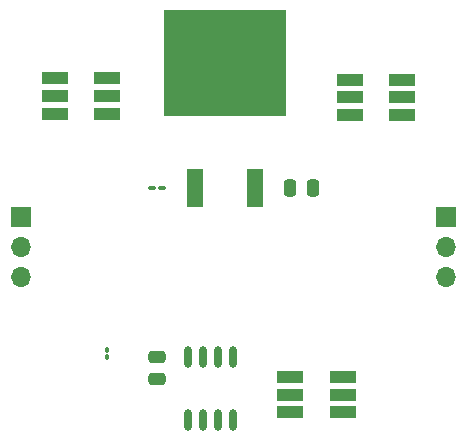
<source format=gts>
G04 #@! TF.GenerationSoftware,KiCad,Pcbnew,7.0.8*
G04 #@! TF.CreationDate,2023-12-04T02:09:38-07:00*
G04 #@! TF.ProjectId,Lit,4c69742e-6b69-4636-9164-5f7063625858,rev?*
G04 #@! TF.SameCoordinates,Original*
G04 #@! TF.FileFunction,Soldermask,Top*
G04 #@! TF.FilePolarity,Negative*
%FSLAX46Y46*%
G04 Gerber Fmt 4.6, Leading zero omitted, Abs format (unit mm)*
G04 Created by KiCad (PCBNEW 7.0.8) date 2023-12-04 02:09:38*
%MOMM*%
%LPD*%
G01*
G04 APERTURE LIST*
G04 Aperture macros list*
%AMRoundRect*
0 Rectangle with rounded corners*
0 $1 Rounding radius*
0 $2 $3 $4 $5 $6 $7 $8 $9 X,Y pos of 4 corners*
0 Add a 4 corners polygon primitive as box body*
4,1,4,$2,$3,$4,$5,$6,$7,$8,$9,$2,$3,0*
0 Add four circle primitives for the rounded corners*
1,1,$1+$1,$2,$3*
1,1,$1+$1,$4,$5*
1,1,$1+$1,$6,$7*
1,1,$1+$1,$8,$9*
0 Add four rect primitives between the rounded corners*
20,1,$1+$1,$2,$3,$4,$5,0*
20,1,$1+$1,$4,$5,$6,$7,0*
20,1,$1+$1,$6,$7,$8,$9,0*
20,1,$1+$1,$8,$9,$2,$3,0*%
G04 Aperture macros list end*
%ADD10R,1.700000X1.700000*%
%ADD11O,1.700000X1.700000*%
%ADD12RoundRect,0.250000X-0.475000X0.250000X-0.475000X-0.250000X0.475000X-0.250000X0.475000X0.250000X0*%
%ADD13R,2.260000X1.000000*%
%ADD14RoundRect,0.100000X-0.100000X0.130000X-0.100000X-0.130000X0.100000X-0.130000X0.100000X0.130000X0*%
%ADD15RoundRect,0.250000X0.250000X0.475000X-0.250000X0.475000X-0.250000X-0.475000X0.250000X-0.475000X0*%
%ADD16RoundRect,0.100000X-0.217500X-0.100000X0.217500X-0.100000X0.217500X0.100000X-0.217500X0.100000X0*%
%ADD17O,0.630000X1.860000*%
%ADD18R,1.400000X3.200000*%
%ADD19R,10.400000X9.000000*%
G04 APERTURE END LIST*
D10*
X120000000Y-91475000D03*
D11*
X120000000Y-94015000D03*
X120000000Y-96555000D03*
D10*
X156000000Y-91475000D03*
D11*
X156000000Y-94015000D03*
X156000000Y-96555000D03*
D12*
X131500000Y-105200000D03*
X131500000Y-103300000D03*
D13*
X152252500Y-79825000D03*
X152252500Y-81325000D03*
X152252500Y-82825000D03*
X147832500Y-82825000D03*
X147832500Y-81325000D03*
X147832500Y-79825000D03*
D14*
X127250000Y-103320000D03*
X127250000Y-102680000D03*
D15*
X144700000Y-89000000D03*
X142800000Y-89000000D03*
D16*
X131907500Y-89000000D03*
X131092500Y-89000000D03*
D17*
X134090000Y-103320000D03*
X135370000Y-103320000D03*
X136630000Y-103320000D03*
X137900000Y-103320000D03*
X137900000Y-108680000D03*
X136630000Y-108680000D03*
X135370000Y-108680000D03*
X134090000Y-108680000D03*
D13*
X147210000Y-108000000D03*
X147210000Y-106500000D03*
X147210000Y-105000000D03*
X142790000Y-105000000D03*
X142790000Y-106500000D03*
X142790000Y-108000000D03*
D18*
X134685000Y-88995000D03*
D19*
X137225000Y-78455000D03*
D18*
X139765000Y-88995000D03*
D13*
X127260000Y-79700000D03*
X127260000Y-81200000D03*
X127260000Y-82700000D03*
X122840000Y-82700000D03*
X122840000Y-81200000D03*
X122840000Y-79700000D03*
M02*

</source>
